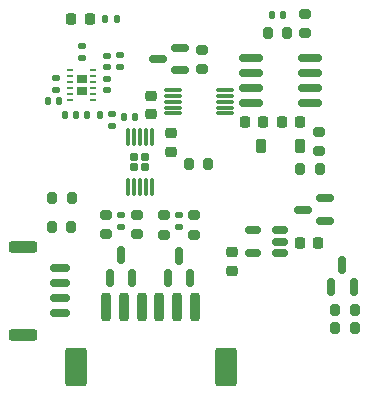
<source format=gtp>
G04 #@! TF.GenerationSoftware,KiCad,Pcbnew,7.0.1*
G04 #@! TF.CreationDate,2023-07-13T12:38:19+02:00*
G04 #@! TF.ProjectId,voltmeter,766f6c74-6d65-4746-9572-2e6b69636164,3*
G04 #@! TF.SameCoordinates,Original*
G04 #@! TF.FileFunction,Paste,Top*
G04 #@! TF.FilePolarity,Positive*
%FSLAX46Y46*%
G04 Gerber Fmt 4.6, Leading zero omitted, Abs format (unit mm)*
G04 Created by KiCad (PCBNEW 7.0.1) date 2023-07-13 12:38:19*
%MOMM*%
%LPD*%
G01*
G04 APERTURE LIST*
G04 Aperture macros list*
%AMRoundRect*
0 Rectangle with rounded corners*
0 $1 Rounding radius*
0 $2 $3 $4 $5 $6 $7 $8 $9 X,Y pos of 4 corners*
0 Add a 4 corners polygon primitive as box body*
4,1,4,$2,$3,$4,$5,$6,$7,$8,$9,$2,$3,0*
0 Add four circle primitives for the rounded corners*
1,1,$1+$1,$2,$3*
1,1,$1+$1,$4,$5*
1,1,$1+$1,$6,$7*
1,1,$1+$1,$8,$9*
0 Add four rect primitives between the rounded corners*
20,1,$1+$1,$2,$3,$4,$5,0*
20,1,$1+$1,$4,$5,$6,$7,0*
20,1,$1+$1,$6,$7,$8,$9,0*
20,1,$1+$1,$8,$9,$2,$3,0*%
G04 Aperture macros list end*
%ADD10RoundRect,0.075000X0.650000X0.075000X-0.650000X0.075000X-0.650000X-0.075000X0.650000X-0.075000X0*%
%ADD11RoundRect,0.150000X0.587500X0.150000X-0.587500X0.150000X-0.587500X-0.150000X0.587500X-0.150000X0*%
%ADD12RoundRect,0.140000X0.170000X-0.140000X0.170000X0.140000X-0.170000X0.140000X-0.170000X-0.140000X0*%
%ADD13RoundRect,0.200000X-0.275000X0.200000X-0.275000X-0.200000X0.275000X-0.200000X0.275000X0.200000X0*%
%ADD14RoundRect,0.135000X-0.185000X0.135000X-0.185000X-0.135000X0.185000X-0.135000X0.185000X0.135000X0*%
%ADD15RoundRect,0.140000X-0.140000X-0.170000X0.140000X-0.170000X0.140000X0.170000X-0.140000X0.170000X0*%
%ADD16RoundRect,0.150000X0.150000X-0.587500X0.150000X0.587500X-0.150000X0.587500X-0.150000X-0.587500X0*%
%ADD17RoundRect,0.150000X0.512500X0.150000X-0.512500X0.150000X-0.512500X-0.150000X0.512500X-0.150000X0*%
%ADD18RoundRect,0.135000X0.135000X0.185000X-0.135000X0.185000X-0.135000X-0.185000X0.135000X-0.185000X0*%
%ADD19RoundRect,0.225000X-0.250000X0.225000X-0.250000X-0.225000X0.250000X-0.225000X0.250000X0.225000X0*%
%ADD20RoundRect,0.150000X0.825000X0.150000X-0.825000X0.150000X-0.825000X-0.150000X0.825000X-0.150000X0*%
%ADD21RoundRect,0.140000X-0.170000X0.140000X-0.170000X-0.140000X0.170000X-0.140000X0.170000X0.140000X0*%
%ADD22RoundRect,0.200000X0.275000X-0.200000X0.275000X0.200000X-0.275000X0.200000X-0.275000X-0.200000X0*%
%ADD23R,0.500000X0.250000*%
%ADD24R,0.950000X0.800000*%
%ADD25RoundRect,0.225000X0.225000X0.250000X-0.225000X0.250000X-0.225000X-0.250000X0.225000X-0.250000X0*%
%ADD26RoundRect,0.200000X0.200000X0.275000X-0.200000X0.275000X-0.200000X-0.275000X0.200000X-0.275000X0*%
%ADD27RoundRect,0.200000X-0.200000X-0.275000X0.200000X-0.275000X0.200000X0.275000X-0.200000X0.275000X0*%
%ADD28RoundRect,0.135000X0.185000X-0.135000X0.185000X0.135000X-0.185000X0.135000X-0.185000X-0.135000X0*%
%ADD29RoundRect,0.225000X0.225000X0.375000X-0.225000X0.375000X-0.225000X-0.375000X0.225000X-0.375000X0*%
%ADD30RoundRect,0.250000X0.950000X-0.250000X0.950000X0.250000X-0.950000X0.250000X-0.950000X-0.250000X0*%
%ADD31RoundRect,0.150000X0.700000X-0.150000X0.700000X0.150000X-0.700000X0.150000X-0.700000X-0.150000X0*%
%ADD32RoundRect,0.225000X-0.225000X-0.250000X0.225000X-0.250000X0.225000X0.250000X-0.225000X0.250000X0*%
%ADD33RoundRect,0.218750X-0.218750X-0.256250X0.218750X-0.256250X0.218750X0.256250X-0.218750X0.256250X0*%
%ADD34RoundRect,0.250000X0.650000X1.400000X-0.650000X1.400000X-0.650000X-1.400000X0.650000X-1.400000X0*%
%ADD35RoundRect,0.200000X0.200000X1.000000X-0.200000X1.000000X-0.200000X-1.000000X0.200000X-1.000000X0*%
%ADD36RoundRect,0.075000X0.075000X-0.650000X0.075000X0.650000X-0.075000X0.650000X-0.075000X-0.650000X0*%
%ADD37RoundRect,0.170000X0.210000X-0.170000X0.210000X0.170000X-0.210000X0.170000X-0.210000X-0.170000X0*%
%ADD38RoundRect,0.140000X0.140000X0.170000X-0.140000X0.170000X-0.140000X-0.170000X0.140000X-0.170000X0*%
%ADD39RoundRect,0.225000X0.250000X-0.225000X0.250000X0.225000X-0.250000X0.225000X-0.250000X-0.225000X0*%
G04 APERTURE END LIST*
D10*
X101875000Y-59525000D03*
X101875000Y-59025000D03*
X101875000Y-58525000D03*
X101875000Y-58025000D03*
X101875000Y-57525000D03*
X97475000Y-57525000D03*
X97475000Y-58025000D03*
X97475000Y-58525000D03*
X97475000Y-59025000D03*
X97475000Y-59525000D03*
D11*
X110375000Y-68625000D03*
X110375000Y-66725000D03*
X108500000Y-67675000D03*
D12*
X91950000Y-55630000D03*
X91950000Y-54670000D03*
D13*
X99300000Y-68130761D03*
X99300000Y-69780761D03*
D14*
X92300000Y-60585000D03*
X92300000Y-59565000D03*
D15*
X105870000Y-51150000D03*
X106830000Y-51150000D03*
D16*
X110900000Y-74237500D03*
X112800000Y-74237500D03*
X111850000Y-72362500D03*
D17*
X106537500Y-71325000D03*
X106537500Y-70375000D03*
X106537500Y-69425000D03*
X104262500Y-69425000D03*
X104262500Y-71325000D03*
D13*
X99950000Y-54125000D03*
X99950000Y-55775000D03*
D18*
X91285000Y-59625000D03*
X90265000Y-59625000D03*
X92785000Y-51525000D03*
X91765000Y-51525000D03*
D16*
X97050000Y-73440761D03*
X98950000Y-73440761D03*
X98000000Y-71565761D03*
D14*
X89775000Y-53790000D03*
X89775000Y-54810000D03*
D19*
X102500000Y-71275000D03*
X102500000Y-72825000D03*
D20*
X109075000Y-58605000D03*
X109075000Y-57335000D03*
X109075000Y-56065000D03*
X109075000Y-54795000D03*
X104125000Y-54795000D03*
X104125000Y-56065000D03*
X104125000Y-57335000D03*
X104125000Y-58605000D03*
D21*
X93125000Y-68145000D03*
X93125000Y-69105000D03*
D22*
X108650000Y-52750000D03*
X108650000Y-51100000D03*
D23*
X90725000Y-55850000D03*
X90725000Y-56350000D03*
X90725000Y-56850000D03*
X90725000Y-57350000D03*
X90725000Y-57850000D03*
X90725000Y-58350000D03*
X88825000Y-58350000D03*
X88825000Y-57850000D03*
X88825000Y-57350000D03*
X88825000Y-56850000D03*
X88825000Y-56350000D03*
X88825000Y-55850000D03*
D24*
X89775000Y-57600000D03*
X89775000Y-56600000D03*
D22*
X94425000Y-69775000D03*
X94425000Y-68125000D03*
D25*
X108250000Y-60225000D03*
X106700000Y-60225000D03*
D26*
X109925000Y-64225000D03*
X108275000Y-64225000D03*
D21*
X87600000Y-56545000D03*
X87600000Y-57505000D03*
D27*
X111250000Y-76137500D03*
X112900000Y-76137500D03*
D13*
X91825000Y-68125000D03*
X91825000Y-69775000D03*
D28*
X93000000Y-55635000D03*
X93000000Y-54615000D03*
D29*
X108225000Y-62250000D03*
X104925000Y-62250000D03*
D26*
X100475000Y-63825000D03*
X98825000Y-63825000D03*
D30*
X84800000Y-70800000D03*
X84800000Y-78250000D03*
D31*
X87950000Y-72650000D03*
X87950000Y-73900000D03*
X87950000Y-75150000D03*
X87950000Y-76400000D03*
D21*
X98000000Y-68150761D03*
X98000000Y-69110761D03*
X91950000Y-56595000D03*
X91950000Y-57555000D03*
D32*
X103600000Y-60225000D03*
X105150000Y-60225000D03*
D22*
X109850000Y-62725000D03*
X109850000Y-61075000D03*
D15*
X88370000Y-59625000D03*
X89330000Y-59625000D03*
D26*
X107175000Y-52700000D03*
X105525000Y-52700000D03*
X112900000Y-77712500D03*
X111250000Y-77712500D03*
D16*
X92175000Y-73422500D03*
X94075000Y-73422500D03*
X93125000Y-71547500D03*
D33*
X88875000Y-51550000D03*
X90450000Y-51550000D03*
D19*
X97325000Y-61215000D03*
X97325000Y-62765000D03*
D11*
X98112500Y-55875000D03*
X98112500Y-53975000D03*
X96237500Y-54925000D03*
D22*
X96700000Y-69780761D03*
X96700000Y-68130761D03*
D34*
X89250000Y-81000000D03*
X101950000Y-81000000D03*
D35*
X91850000Y-75950000D03*
X93350000Y-75950000D03*
X94850000Y-75950000D03*
X96350000Y-75950000D03*
X97850000Y-75950000D03*
X99350000Y-75950000D03*
D36*
X93705000Y-61495000D03*
X94205000Y-61495000D03*
X94705000Y-61495000D03*
X95205000Y-61495000D03*
X95705000Y-61495000D03*
X95705000Y-65795000D03*
X95205000Y-65795000D03*
X94705000Y-65795000D03*
X94205000Y-65795000D03*
X93705000Y-65795000D03*
D37*
X95175000Y-63225000D03*
X94235000Y-63225000D03*
X95175000Y-64065000D03*
X94235000Y-64065000D03*
D32*
X108250000Y-70500000D03*
X109800000Y-70500000D03*
D26*
X88925000Y-66675000D03*
X87275000Y-66675000D03*
D38*
X94280000Y-59850000D03*
X93320000Y-59850000D03*
X87855000Y-58450000D03*
X86895000Y-58450000D03*
D39*
X95650000Y-59575000D03*
X95650000Y-58025000D03*
D26*
X88900000Y-69175000D03*
X87250000Y-69175000D03*
M02*

</source>
